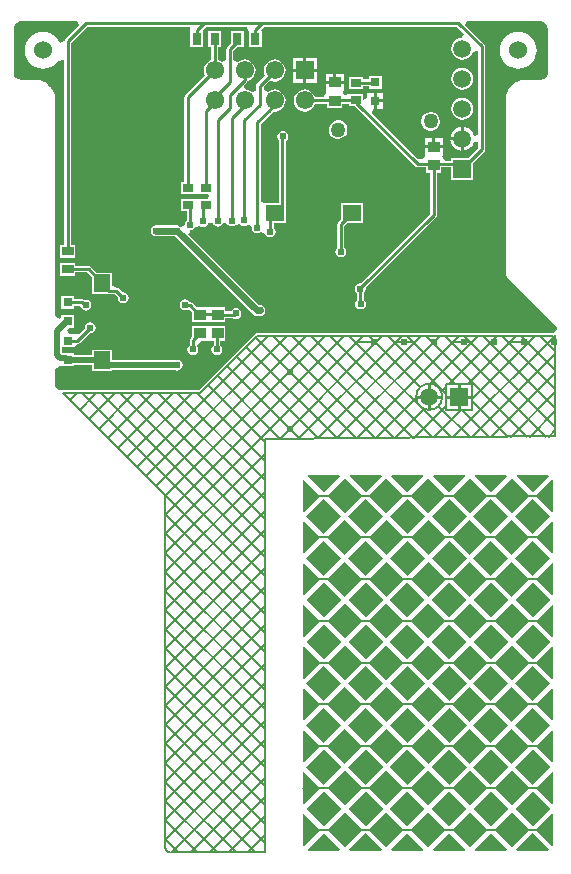
<source format=gtl>
G04*
G04 #@! TF.GenerationSoftware,Altium Limited,Altium Designer,20.1.14 (287)*
G04*
G04 Layer_Physical_Order=1*
G04 Layer_Color=255*
%FSLAX25Y25*%
%MOIN*%
G70*
G04*
G04 #@! TF.SameCoordinates,DC510E11-46E1-4A0D-90B6-29553603E48A*
G04*
G04*
G04 #@! TF.FilePolarity,Positive*
G04*
G01*
G75*
%ADD10C,0.01000*%
%ADD31C,0.00700*%
%ADD32R,0.03543X0.02756*%
%ADD33R,0.03150X0.03937*%
%ADD34R,0.03150X0.03150*%
%ADD35R,0.03937X0.03543*%
%ADD36R,0.05906X0.05512*%
%ADD37R,0.03937X0.03150*%
%ADD38R,0.05512X0.05906*%
%ADD39C,0.02400*%
%ADD40C,0.02000*%
%ADD41R,0.05984X0.05984*%
%ADD42C,0.05984*%
%ADD43C,0.05000*%
%ADD44C,0.06000*%
%ADD45C,0.06102*%
%ADD46R,0.06102X0.06102*%
%ADD47R,0.05984X0.05984*%
%ADD48C,0.02400*%
G36*
X178098Y-2104D02*
X178577Y-2302D01*
X179007Y-2590D01*
X179374Y-2956D01*
X179662Y-3387D01*
X179860Y-3865D01*
X179976Y-4447D01*
X179998Y-4747D01*
X180046Y-19020D01*
Y-19270D01*
X179947Y-19769D01*
X179753Y-20239D01*
X179470Y-20662D01*
X179111Y-21021D01*
X178688Y-21304D01*
X178218Y-21498D01*
X177719Y-21597D01*
X172493D01*
X172443Y-21607D01*
X172393Y-21600D01*
X171950Y-21622D01*
X171803Y-21658D01*
X171652D01*
X170784Y-21831D01*
X170598Y-21908D01*
X170402Y-21947D01*
X169584Y-22286D01*
X169417Y-22398D01*
X169231Y-22474D01*
X168495Y-22966D01*
X168353Y-23108D01*
X168186Y-23220D01*
X167560Y-23846D01*
X167448Y-24013D01*
X167306Y-24155D01*
X166814Y-24891D01*
X166738Y-25076D01*
X166626Y-25243D01*
X166287Y-26061D01*
X166248Y-26258D01*
X166171Y-26444D01*
X165998Y-27312D01*
Y-27517D01*
X165959Y-27717D01*
X165961Y-28157D01*
Y-86000D01*
X166116Y-86780D01*
X166558Y-87442D01*
X171558Y-92442D01*
X171558Y-92442D01*
X182961Y-103845D01*
X182961Y-104939D01*
X181901Y-106000D01*
X82617D01*
X63713Y-124905D01*
X17010Y-124905D01*
X15860Y-123755D01*
Y-118043D01*
X17297Y-116926D01*
X17825Y-117085D01*
Y-117085D01*
X22175D01*
Y-116542D01*
X28144D01*
Y-118609D01*
X34856D01*
Y-118392D01*
X55702D01*
X55798Y-118456D01*
X56500Y-118596D01*
X57202Y-118456D01*
X57798Y-118059D01*
X58196Y-117463D01*
X58335Y-116761D01*
X58196Y-116059D01*
X57798Y-115463D01*
X57202Y-115065D01*
X56500Y-114926D01*
X55798Y-115065D01*
X55702Y-115130D01*
X34856D01*
Y-111504D01*
X28144D01*
Y-113279D01*
X22175D01*
Y-112736D01*
X19583D01*
X19425Y-112704D01*
X18131D01*
Y-110786D01*
X22175D01*
Y-110748D01*
X23150Y-109733D01*
X23579Y-109648D01*
X23943Y-109404D01*
X27292Y-106055D01*
X27500Y-106096D01*
X28202Y-105956D01*
X28798Y-105559D01*
X29196Y-104963D01*
X29335Y-104261D01*
X29196Y-103559D01*
X28798Y-102963D01*
X28202Y-102565D01*
X27500Y-102426D01*
X26798Y-102565D01*
X26202Y-102963D01*
X25804Y-103559D01*
X25665Y-104261D01*
X25706Y-104469D01*
X23675Y-106500D01*
X22175Y-106437D01*
Y-106437D01*
X20595D01*
X19854Y-104937D01*
X20390Y-104235D01*
X22175D01*
Y-99885D01*
X17825D01*
Y-100828D01*
X17360Y-101173D01*
X15860Y-100419D01*
Y-28218D01*
X15850Y-28169D01*
X15857Y-28118D01*
X15835Y-27669D01*
X15799Y-27523D01*
Y-27372D01*
X15623Y-26491D01*
X15547Y-26305D01*
X15507Y-26108D01*
X15164Y-25278D01*
X15052Y-25111D01*
X14975Y-24926D01*
X14476Y-24179D01*
X14334Y-24037D01*
X14222Y-23870D01*
X13587Y-23235D01*
X13420Y-23123D01*
X13278Y-22981D01*
X12532Y-22482D01*
X12346Y-22405D01*
X12179Y-22294D01*
X11349Y-21950D01*
X11152Y-21911D01*
X10967Y-21834D01*
X10086Y-21659D01*
X9934D01*
X9788Y-21622D01*
X9339Y-21600D01*
X9289Y-21607D01*
X9239Y-21597D01*
X4281D01*
X3782Y-21498D01*
X3312Y-21304D01*
X2889Y-21021D01*
X2530Y-20662D01*
X2247Y-20239D01*
X2053Y-19769D01*
X1975Y-19379D01*
X1991Y-19234D01*
X1981Y-19124D01*
X2003Y-19016D01*
Y-4410D01*
X2104Y-3902D01*
X2302Y-3423D01*
X2590Y-2992D01*
X2956Y-2626D01*
X3387Y-2338D01*
X3865Y-2140D01*
X4373Y-2039D01*
X4632Y-2039D01*
X4632Y-2039D01*
X4633Y-2039D01*
X23180Y-2035D01*
X23754Y-3421D01*
X19207Y-7968D01*
X18964Y-8332D01*
X18879Y-8761D01*
X18876Y-8762D01*
X17506Y-9271D01*
X17379Y-9251D01*
X16914Y-8383D01*
X16149Y-7451D01*
X15217Y-6686D01*
X14154Y-6117D01*
X13000Y-5767D01*
X11800Y-5649D01*
X10600Y-5767D01*
X9446Y-6117D01*
X8383Y-6686D01*
X7451Y-7451D01*
X6686Y-8383D01*
X6117Y-9446D01*
X5767Y-10600D01*
X5649Y-11800D01*
X5767Y-13000D01*
X6117Y-14154D01*
X6686Y-15217D01*
X7451Y-16149D01*
X8383Y-16914D01*
X9446Y-17483D01*
X10600Y-17833D01*
X11800Y-17951D01*
X13000Y-17833D01*
X14154Y-17483D01*
X15217Y-16914D01*
X16149Y-16149D01*
X16914Y-15217D01*
X18665Y-15124D01*
X18879Y-15271D01*
Y-76633D01*
X17432D01*
Y-80983D01*
X22569D01*
Y-76633D01*
X21122D01*
Y-9225D01*
X26465Y-3883D01*
X60771D01*
X60798Y-3901D01*
X60872Y-5432D01*
X60872D01*
X60873Y-5432D01*
Y-10569D01*
X65222D01*
Y-5432D01*
X65222D01*
X65056Y-5030D01*
X65991Y-3883D01*
X79720D01*
X80260Y-5209D01*
X80278Y-5432D01*
X80278D01*
X80278Y-5432D01*
Y-10569D01*
X84627D01*
Y-5432D01*
X84628D01*
X84484Y-5084D01*
X85441Y-3883D01*
X149796D01*
X152120Y-6207D01*
X151578Y-7458D01*
X151438Y-7646D01*
X150562Y-7761D01*
X149688Y-8123D01*
X148938Y-8699D01*
X148362Y-9449D01*
X148000Y-10323D01*
X147877Y-11261D01*
X148000Y-12199D01*
X148362Y-13072D01*
X148938Y-13823D01*
X149688Y-14399D01*
X150562Y-14761D01*
X151500Y-14884D01*
X152438Y-14761D01*
X153312Y-14399D01*
X154062Y-13823D01*
X154638Y-13072D01*
X154838Y-12590D01*
X155960Y-12025D01*
X156550Y-11919D01*
X156878Y-12135D01*
Y-40037D01*
X155389Y-40219D01*
X154987Y-39248D01*
X154347Y-38414D01*
X153513Y-37774D01*
X152542Y-37372D01*
X152000Y-37300D01*
Y-41261D01*
Y-45222D01*
X152542Y-45150D01*
X153513Y-44748D01*
X154347Y-44108D01*
X154987Y-43274D01*
X155389Y-42303D01*
X156878Y-42484D01*
Y-44296D01*
X153506Y-47669D01*
X147908D01*
Y-48528D01*
X145890D01*
X144847Y-47028D01*
X144968Y-46622D01*
X144968Y-46444D01*
Y-44350D01*
X139032D01*
Y-46444D01*
X139032Y-46622D01*
X139144Y-46996D01*
X138398Y-48051D01*
X136740Y-48154D01*
X121310Y-32724D01*
X121932Y-31224D01*
X122000D01*
Y-28650D01*
Y-26075D01*
X119925D01*
Y-27517D01*
X118425Y-28277D01*
X118372Y-28238D01*
Y-26322D01*
X113628D01*
Y-26322D01*
X112128Y-26550D01*
X111742Y-25878D01*
X111969Y-25122D01*
X111969Y-24944D01*
Y-22850D01*
X109000D01*
X106032D01*
Y-24944D01*
X106032Y-25122D01*
X106258Y-25878D01*
X105517Y-27167D01*
X105245Y-27378D01*
X102487D01*
X102189Y-26659D01*
X101604Y-25896D01*
X100841Y-25311D01*
X99953Y-24943D01*
X99000Y-24817D01*
X98047Y-24943D01*
X97159Y-25311D01*
X96396Y-25896D01*
X95811Y-26659D01*
X95443Y-27547D01*
X95317Y-28500D01*
X95443Y-29453D01*
X95811Y-30341D01*
X96396Y-31104D01*
X97159Y-31689D01*
X98047Y-32057D01*
X99000Y-32183D01*
X99953Y-32057D01*
X100841Y-31689D01*
X101604Y-31104D01*
X102189Y-30341D01*
X102487Y-29622D01*
X106431D01*
Y-31021D01*
X111568D01*
Y-29622D01*
X113628D01*
Y-30278D01*
X115692D01*
X135824Y-50410D01*
X135824Y-50410D01*
X136188Y-50653D01*
X136617Y-50739D01*
X139432D01*
Y-52521D01*
X140878D01*
Y-66198D01*
X117626Y-89451D01*
X117500Y-89426D01*
X116798Y-89565D01*
X116202Y-89963D01*
X115804Y-90559D01*
X115665Y-91261D01*
X115804Y-91963D01*
X116202Y-92559D01*
X116435Y-92714D01*
Y-94883D01*
X116315Y-94963D01*
X115917Y-95559D01*
X115777Y-96261D01*
X115917Y-96963D01*
X116315Y-97559D01*
X116910Y-97957D01*
X117613Y-98096D01*
X118315Y-97957D01*
X118910Y-97559D01*
X119308Y-96963D01*
X119448Y-96261D01*
X119308Y-95559D01*
X118910Y-94963D01*
X118678Y-94808D01*
Y-92639D01*
X118798Y-92559D01*
X119196Y-91963D01*
X119335Y-91261D01*
X119278Y-90971D01*
X142793Y-67456D01*
X142793Y-67456D01*
X143036Y-67092D01*
X143122Y-66663D01*
X143122Y-66663D01*
Y-52521D01*
X144569D01*
Y-50771D01*
X147908D01*
Y-54853D01*
X155092D01*
Y-49255D01*
X158793Y-45554D01*
X158793Y-45554D01*
X159036Y-45190D01*
X159122Y-44761D01*
Y-10500D01*
X159122Y-10500D01*
X159036Y-10071D01*
X158793Y-9707D01*
X158793Y-9707D01*
X152480Y-3394D01*
X153054Y-2008D01*
X177332Y-2003D01*
X177590D01*
X178098Y-2104D01*
D02*
G37*
G36*
X180327Y-153728D02*
X174981Y-159075D01*
X169597Y-153690D01*
X169788Y-153228D01*
X180120D01*
X180327Y-153728D01*
D02*
G37*
G36*
X166406D02*
X161060Y-159075D01*
X155675Y-153690D01*
X155867Y-153228D01*
X166199D01*
X166406Y-153728D01*
D02*
G37*
G36*
X152485D02*
X147138Y-159075D01*
X141754Y-153690D01*
X141946Y-153228D01*
X152278D01*
X152485Y-153728D01*
D02*
G37*
G36*
X138563D02*
X133217Y-159075D01*
X127833Y-153690D01*
X128024Y-153228D01*
X138356D01*
X138563Y-153728D01*
D02*
G37*
G36*
X124642D02*
X119296Y-159075D01*
X113912Y-153690D01*
X114103Y-153228D01*
X124435D01*
X124642Y-153728D01*
D02*
G37*
G36*
X110721D02*
X105375Y-159075D01*
X99990Y-153690D01*
X100182Y-153228D01*
X110514D01*
X110721Y-153728D01*
D02*
G37*
G36*
X181931Y-154981D02*
Y-165366D01*
X181470Y-165558D01*
X176085Y-160173D01*
X181470Y-154789D01*
X181931Y-154981D01*
D02*
G37*
G36*
X104261Y-160188D02*
X98877Y-165573D01*
X98415Y-165381D01*
Y-155049D01*
X98915Y-154842D01*
X104261Y-160188D01*
D02*
G37*
G36*
X173858Y-160188D02*
X168012Y-166034D01*
X162166Y-160188D01*
X168012Y-154342D01*
X173858Y-160188D01*
D02*
G37*
G36*
X159939D02*
X154093Y-166034D01*
X148247Y-160188D01*
X154093Y-154342D01*
X159939Y-160188D01*
D02*
G37*
G36*
X146019D02*
X140173Y-166034D01*
X134327Y-160188D01*
X140173Y-154342D01*
X146019Y-160188D01*
D02*
G37*
G36*
X132100D02*
X126254Y-166034D01*
X120408Y-160188D01*
X126254Y-154342D01*
X132100Y-160188D01*
D02*
G37*
G36*
X118181D02*
X112334Y-166034D01*
X106488Y-160188D01*
X112334Y-154342D01*
X118181Y-160188D01*
D02*
G37*
G36*
X180818Y-167148D02*
X174972Y-172994D01*
X169126Y-167148D01*
X174972Y-161302D01*
X180818Y-167148D01*
D02*
G37*
G36*
X166899D02*
X161052Y-172994D01*
X155206Y-167148D01*
X161052Y-161302D01*
X166899Y-167148D01*
D02*
G37*
G36*
X152979D02*
X147133Y-172994D01*
X141287Y-167148D01*
X147133Y-161302D01*
X152979Y-167148D01*
D02*
G37*
G36*
X139060D02*
X133213Y-172994D01*
X127367Y-167148D01*
X133213Y-161302D01*
X139060Y-167148D01*
D02*
G37*
G36*
X125140D02*
X119294Y-172994D01*
X113448Y-167148D01*
X119294Y-161302D01*
X125140Y-167148D01*
D02*
G37*
G36*
X111221D02*
X105375Y-172994D01*
X99528Y-167148D01*
X105375Y-161302D01*
X111221Y-167148D01*
D02*
G37*
G36*
X181931Y-168902D02*
Y-179288D01*
X181470Y-179479D01*
X176085Y-174095D01*
X181470Y-168711D01*
X181931Y-168902D01*
D02*
G37*
G36*
X104261Y-174108D02*
X98887Y-179482D01*
X98425Y-179290D01*
X98425Y-168925D01*
X98887Y-168734D01*
X104261Y-174108D01*
D02*
G37*
G36*
X173858D02*
X168012Y-179954D01*
X162166Y-174108D01*
X168012Y-168262D01*
X173858Y-174108D01*
D02*
G37*
G36*
X159939D02*
X154093Y-179954D01*
X148247Y-174108D01*
X154093Y-168262D01*
X159939Y-174108D01*
D02*
G37*
G36*
X146019D02*
X140173Y-179954D01*
X134327Y-174108D01*
X140173Y-168262D01*
X146019Y-174108D01*
D02*
G37*
G36*
X132100D02*
X126254Y-179954D01*
X120408Y-174108D01*
X126254Y-168262D01*
X132100Y-174108D01*
D02*
G37*
G36*
X118181D02*
X112334Y-179954D01*
X106488Y-174108D01*
X112334Y-168262D01*
X118181Y-174108D01*
D02*
G37*
G36*
X180818Y-181067D02*
X174972Y-186914D01*
X169126Y-181067D01*
X174972Y-175221D01*
X180818Y-181067D01*
D02*
G37*
G36*
X166899D02*
X161052Y-186914D01*
X155206Y-181067D01*
X161052Y-175221D01*
X166899Y-181067D01*
D02*
G37*
G36*
X152979D02*
X147133Y-186914D01*
X141287Y-181067D01*
X147133Y-175221D01*
X152979Y-181067D01*
D02*
G37*
G36*
X139060D02*
X133213Y-186914D01*
X127367Y-181067D01*
X133213Y-175221D01*
X139060Y-181067D01*
D02*
G37*
G36*
X125140D02*
X119294Y-186914D01*
X113448Y-181067D01*
X119294Y-175221D01*
X125140Y-181067D01*
D02*
G37*
G36*
X111221D02*
X105375Y-186914D01*
X99528Y-181067D01*
X105375Y-175221D01*
X111221Y-181067D01*
D02*
G37*
G36*
X181931Y-182823D02*
Y-193209D01*
X181470Y-193400D01*
X176085Y-188016D01*
X181470Y-182632D01*
X181931Y-182823D01*
D02*
G37*
G36*
X104261Y-188027D02*
X98887Y-193401D01*
X98425Y-193210D01*
X98425Y-182844D01*
X98887Y-182653D01*
X104261Y-188027D01*
D02*
G37*
G36*
X173858D02*
X168012Y-193873D01*
X162166Y-188027D01*
X168012Y-182181D01*
X173858Y-188027D01*
D02*
G37*
G36*
X159939D02*
X154093Y-193873D01*
X148247Y-188027D01*
X154093Y-182181D01*
X159939Y-188027D01*
D02*
G37*
G36*
X146019D02*
X140173Y-193873D01*
X134327Y-188027D01*
X140173Y-182181D01*
X146019Y-188027D01*
D02*
G37*
G36*
X132100D02*
X126254Y-193873D01*
X120408Y-188027D01*
X126254Y-182181D01*
X132100Y-188027D01*
D02*
G37*
G36*
X118181D02*
X112334Y-193873D01*
X106488Y-188027D01*
X112334Y-182181D01*
X118181Y-188027D01*
D02*
G37*
G36*
X180818Y-194987D02*
X174972Y-200833D01*
X169126Y-194987D01*
X174972Y-189141D01*
X180818Y-194987D01*
D02*
G37*
G36*
X166899D02*
X161052Y-200833D01*
X155206Y-194987D01*
X161052Y-189141D01*
X166899Y-194987D01*
D02*
G37*
G36*
X152979D02*
X147133Y-200833D01*
X141287Y-194987D01*
X147133Y-189141D01*
X152979Y-194987D01*
D02*
G37*
G36*
X139060D02*
X133213Y-200833D01*
X127367Y-194987D01*
X133213Y-189141D01*
X139060Y-194987D01*
D02*
G37*
G36*
X125140D02*
X119294Y-200833D01*
X113448Y-194987D01*
X119294Y-189141D01*
X125140Y-194987D01*
D02*
G37*
G36*
X111221D02*
X105375Y-200833D01*
X99528Y-194987D01*
X105375Y-189141D01*
X111221Y-194987D01*
D02*
G37*
G36*
X104261Y-201946D02*
X98887Y-207320D01*
X98425Y-207129D01*
X98425Y-196764D01*
X98887Y-196573D01*
X104261Y-201946D01*
D02*
G37*
G36*
X181931Y-196745D02*
Y-207130D01*
X181470Y-207322D01*
X176085Y-201937D01*
X181470Y-196553D01*
X181931Y-196745D01*
D02*
G37*
G36*
X173858Y-201946D02*
X168012Y-207793D01*
X162166Y-201946D01*
X168012Y-196100D01*
X173858Y-201946D01*
D02*
G37*
G36*
X159939D02*
X154093Y-207793D01*
X148247Y-201946D01*
X154093Y-196100D01*
X159939Y-201946D01*
D02*
G37*
G36*
X146019D02*
X140173Y-207793D01*
X134327Y-201946D01*
X140173Y-196100D01*
X146019Y-201946D01*
D02*
G37*
G36*
X132100D02*
X126254Y-207793D01*
X120408Y-201946D01*
X126254Y-196100D01*
X132100Y-201946D01*
D02*
G37*
G36*
X118181D02*
X112334Y-207793D01*
X106488Y-201946D01*
X112334Y-196100D01*
X118181Y-201946D01*
D02*
G37*
G36*
X180818Y-208906D02*
X174972Y-214752D01*
X169126Y-208906D01*
X174972Y-203060D01*
X180818Y-208906D01*
D02*
G37*
G36*
X166899D02*
X161052Y-214752D01*
X155206Y-208906D01*
X161052Y-203060D01*
X166899Y-208906D01*
D02*
G37*
G36*
X152979D02*
X147133Y-214752D01*
X141287Y-208906D01*
X147133Y-203060D01*
X152979Y-208906D01*
D02*
G37*
G36*
X139060D02*
X133213Y-214752D01*
X127367Y-208906D01*
X133213Y-203060D01*
X139060Y-208906D01*
D02*
G37*
G36*
X125140D02*
X119294Y-214752D01*
X113448Y-208906D01*
X119294Y-203060D01*
X125140Y-208906D01*
D02*
G37*
G36*
X111221D02*
X105375Y-214752D01*
X99528Y-208906D01*
X105375Y-203060D01*
X111221Y-208906D01*
D02*
G37*
G36*
X104261Y-215866D02*
X98887Y-221240D01*
X98425Y-221048D01*
X98425Y-210683D01*
X98887Y-210492D01*
X104261Y-215866D01*
D02*
G37*
G36*
X181931Y-210666D02*
Y-221052D01*
X181470Y-221243D01*
X176085Y-215859D01*
X181470Y-210474D01*
X181931Y-210666D01*
D02*
G37*
G36*
X173858Y-215866D02*
X168012Y-221712D01*
X162166Y-215866D01*
X168012Y-210020D01*
X173858Y-215866D01*
D02*
G37*
G36*
X159939D02*
X154093Y-221712D01*
X148247Y-215866D01*
X154093Y-210020D01*
X159939Y-215866D01*
D02*
G37*
G36*
X146019D02*
X140173Y-221712D01*
X134327Y-215866D01*
X140173Y-210020D01*
X146019Y-215866D01*
D02*
G37*
G36*
X132100D02*
X126254Y-221712D01*
X120408Y-215866D01*
X126254Y-210020D01*
X132100Y-215866D01*
D02*
G37*
G36*
X118181D02*
X112334Y-221712D01*
X106488Y-215866D01*
X112334Y-210020D01*
X118181Y-215866D01*
D02*
G37*
G36*
X180818Y-222826D02*
X174972Y-228672D01*
X169126Y-222826D01*
X174972Y-216980D01*
X180818Y-222826D01*
D02*
G37*
G36*
X166899D02*
X161052Y-228672D01*
X155206Y-222826D01*
X161052Y-216980D01*
X166899Y-222826D01*
D02*
G37*
G36*
X152979D02*
X147133Y-228672D01*
X141287Y-222826D01*
X147133Y-216980D01*
X152979Y-222826D01*
D02*
G37*
G36*
X139060D02*
X133213Y-228672D01*
X127367Y-222826D01*
X133213Y-216980D01*
X139060Y-222826D01*
D02*
G37*
G36*
X125140D02*
X119294Y-228672D01*
X113448Y-222826D01*
X119294Y-216980D01*
X125140Y-222826D01*
D02*
G37*
G36*
X111221D02*
X105375Y-228672D01*
X99528Y-222826D01*
X105375Y-216980D01*
X111221Y-222826D01*
D02*
G37*
G36*
X104261Y-229785D02*
X98887Y-235159D01*
X98425Y-234968D01*
X98425Y-224603D01*
X98887Y-224411D01*
X104261Y-229785D01*
D02*
G37*
G36*
X181931Y-224587D02*
Y-234973D01*
X181470Y-235164D01*
X176085Y-229780D01*
X181470Y-224396D01*
X181931Y-224587D01*
D02*
G37*
G36*
X173858Y-229785D02*
X168012Y-235631D01*
X162166Y-229785D01*
X168012Y-223939D01*
X173858Y-229785D01*
D02*
G37*
G36*
X159939D02*
X154093Y-235631D01*
X148247Y-229785D01*
X154093Y-223939D01*
X159939Y-229785D01*
D02*
G37*
G36*
X146019D02*
X140173Y-235631D01*
X134327Y-229785D01*
X140173Y-223939D01*
X146019Y-229785D01*
D02*
G37*
G36*
X132100D02*
X126254Y-235631D01*
X120408Y-229785D01*
X126254Y-223939D01*
X132100Y-229785D01*
D02*
G37*
G36*
X118181D02*
X112334Y-235631D01*
X106488Y-229785D01*
X112334Y-223939D01*
X118181Y-229785D01*
D02*
G37*
G36*
X180818Y-236745D02*
X174972Y-242591D01*
X169126Y-236745D01*
X174972Y-230899D01*
X180818Y-236745D01*
D02*
G37*
G36*
X166899D02*
X161052Y-242591D01*
X155206Y-236745D01*
X161052Y-230899D01*
X166899Y-236745D01*
D02*
G37*
G36*
X152979D02*
X147133Y-242591D01*
X141287Y-236745D01*
X147133Y-230899D01*
X152979Y-236745D01*
D02*
G37*
G36*
X139060D02*
X133213Y-242591D01*
X127367Y-236745D01*
X133213Y-230899D01*
X139060Y-236745D01*
D02*
G37*
G36*
X125140D02*
X119294Y-242591D01*
X113448Y-236745D01*
X119294Y-230899D01*
X125140Y-236745D01*
D02*
G37*
G36*
X111221D02*
X105375Y-242591D01*
X99528Y-236745D01*
X105375Y-230899D01*
X111221Y-236745D01*
D02*
G37*
G36*
X104261Y-243705D02*
X98887Y-249079D01*
X98425Y-248887D01*
X98425Y-238522D01*
X98887Y-238331D01*
X104261Y-243705D01*
D02*
G37*
G36*
X181931Y-238508D02*
Y-248894D01*
X181470Y-249085D01*
X176085Y-243701D01*
X181470Y-238317D01*
X181931Y-238508D01*
D02*
G37*
G36*
X173858Y-243705D02*
X168012Y-249551D01*
X162166Y-243705D01*
X168012Y-237859D01*
X173858Y-243705D01*
D02*
G37*
G36*
X159939D02*
X154093Y-249551D01*
X148247Y-243705D01*
X154093Y-237859D01*
X159939Y-243705D01*
D02*
G37*
G36*
X146019D02*
X140173Y-249551D01*
X134327Y-243705D01*
X140173Y-237859D01*
X146019Y-243705D01*
D02*
G37*
G36*
X132100D02*
X126254Y-249551D01*
X120408Y-243705D01*
X126254Y-237859D01*
X132100Y-243705D01*
D02*
G37*
G36*
X118181D02*
X112334Y-249551D01*
X106488Y-243705D01*
X112334Y-237859D01*
X118181Y-243705D01*
D02*
G37*
G36*
X180818Y-250664D02*
X174972Y-256511D01*
X169126Y-250664D01*
X174972Y-244818D01*
X180818Y-250664D01*
D02*
G37*
G36*
X166899D02*
X161052Y-256511D01*
X155206Y-250664D01*
X161052Y-244818D01*
X166899Y-250664D01*
D02*
G37*
G36*
X152979D02*
X147133Y-256511D01*
X141287Y-250664D01*
X147133Y-244818D01*
X152979Y-250664D01*
D02*
G37*
G36*
X139060D02*
X133213Y-256511D01*
X127367Y-250664D01*
X133213Y-244818D01*
X139060Y-250664D01*
D02*
G37*
G36*
X125140D02*
X119294Y-256511D01*
X113448Y-250664D01*
X119294Y-244818D01*
X125140Y-250664D01*
D02*
G37*
G36*
X111221D02*
X105375Y-256511D01*
X99528Y-250664D01*
X105375Y-244818D01*
X111221Y-250664D01*
D02*
G37*
G36*
X104261Y-257624D02*
X98887Y-262998D01*
X98425Y-262807D01*
X98425Y-252442D01*
X98887Y-252250D01*
X104261Y-257624D01*
D02*
G37*
G36*
X181931Y-252430D02*
Y-262815D01*
X181470Y-263007D01*
X176085Y-257622D01*
X181470Y-252238D01*
X181931Y-252430D01*
D02*
G37*
G36*
X173858Y-257624D02*
X168012Y-263470D01*
X162166Y-257624D01*
X168012Y-251778D01*
X173858Y-257624D01*
D02*
G37*
G36*
X159939D02*
X154093Y-263470D01*
X148247Y-257624D01*
X154093Y-251778D01*
X159939Y-257624D01*
D02*
G37*
G36*
X146019D02*
X140173Y-263470D01*
X134327Y-257624D01*
X140173Y-251778D01*
X146019Y-257624D01*
D02*
G37*
G36*
X132100D02*
X126254Y-263470D01*
X120408Y-257624D01*
X126254Y-251778D01*
X132100Y-257624D01*
D02*
G37*
G36*
X118181D02*
X112334Y-263470D01*
X106488Y-257624D01*
X112334Y-251778D01*
X118181Y-257624D01*
D02*
G37*
G36*
X180818Y-264584D02*
X174972Y-270430D01*
X169126Y-264584D01*
X174972Y-258738D01*
X180818Y-264584D01*
D02*
G37*
G36*
X166899D02*
X161052Y-270430D01*
X155206Y-264584D01*
X161052Y-258738D01*
X166899Y-264584D01*
D02*
G37*
G36*
X152979D02*
X147133Y-270430D01*
X141287Y-264584D01*
X147133Y-258738D01*
X152979Y-264584D01*
D02*
G37*
G36*
X139060D02*
X133213Y-270430D01*
X127367Y-264584D01*
X133213Y-258738D01*
X139060Y-264584D01*
D02*
G37*
G36*
X125140D02*
X119294Y-270430D01*
X113448Y-264584D01*
X119294Y-258738D01*
X125140Y-264584D01*
D02*
G37*
G36*
X111221D02*
X105375Y-270430D01*
X99528Y-264584D01*
X105375Y-258738D01*
X111221Y-264584D01*
D02*
G37*
G36*
X104261Y-271544D02*
X98887Y-276918D01*
X98425Y-276726D01*
X98425Y-266361D01*
X98887Y-266170D01*
X104261Y-271544D01*
D02*
G37*
G36*
X181931Y-266351D02*
Y-276736D01*
X181470Y-276928D01*
X176085Y-271544D01*
X181470Y-266160D01*
X181931Y-266351D01*
D02*
G37*
G36*
X173858Y-271544D02*
X168012Y-277390D01*
X162166Y-271544D01*
X168012Y-265698D01*
X173858Y-271544D01*
D02*
G37*
G36*
X159939D02*
X154093Y-277390D01*
X148247Y-271544D01*
X154093Y-265698D01*
X159939Y-271544D01*
D02*
G37*
G36*
X146019D02*
X140173Y-277390D01*
X134327Y-271544D01*
X140173Y-265698D01*
X146019Y-271544D01*
D02*
G37*
G36*
X132100D02*
X126254Y-277390D01*
X120408Y-271544D01*
X126254Y-265698D01*
X132100Y-271544D01*
D02*
G37*
G36*
X118181D02*
X112334Y-277390D01*
X106488Y-271544D01*
X112334Y-265698D01*
X118181Y-271544D01*
D02*
G37*
G36*
X110759Y-278041D02*
X110567Y-278503D01*
X107238Y-278503D01*
X100182D01*
X99990Y-278041D01*
X105375Y-272657D01*
X110759Y-278041D01*
D02*
G37*
G36*
X180363Y-278041D02*
X180172Y-278503D01*
X169786D01*
X169595Y-278041D01*
X174979Y-272657D01*
X180363Y-278041D01*
D02*
G37*
G36*
X166442D02*
X166251Y-278503D01*
X155865D01*
X155674Y-278041D01*
X161058Y-272657D01*
X166442Y-278041D01*
D02*
G37*
G36*
X152521D02*
X152330Y-278503D01*
X141944D01*
X141752Y-278041D01*
X147137Y-272657D01*
X152521Y-278041D01*
D02*
G37*
G36*
X138600D02*
X138408Y-278503D01*
X128022D01*
X127831Y-278041D01*
X133215Y-272657D01*
X138600Y-278041D01*
D02*
G37*
G36*
X124678D02*
X124487Y-278503D01*
X114101D01*
X113910Y-278041D01*
X119294Y-272657D01*
X124678Y-278041D01*
D02*
G37*
%LPC*%
G36*
X78722Y-5432D02*
X74372D01*
Y-9482D01*
X73207Y-10648D01*
X72964Y-11012D01*
X72878Y-11441D01*
X72878Y-11441D01*
Y-15093D01*
X72232Y-15500D01*
X71378Y-15723D01*
X70841Y-15311D01*
X70122Y-15012D01*
Y-10569D01*
X71128D01*
Y-5432D01*
X66778D01*
Y-10569D01*
X67878D01*
Y-15012D01*
X67159Y-15311D01*
X66396Y-15896D01*
X65811Y-16659D01*
X65443Y-17547D01*
X65317Y-18500D01*
X65443Y-19453D01*
X65741Y-20173D01*
X59207Y-26707D01*
X58964Y-27071D01*
X58878Y-27500D01*
X58878Y-27500D01*
Y-55766D01*
X57628D01*
Y-59722D01*
X62128D01*
X62372Y-59722D01*
X63628D01*
X63872Y-59722D01*
X66691Y-59722D01*
X67141Y-60500D01*
X66691Y-61278D01*
X63872D01*
X63628Y-61278D01*
X62372D01*
X62128Y-61278D01*
X57628D01*
Y-65234D01*
X59678D01*
Y-68485D01*
X59502Y-68602D01*
X59104Y-69198D01*
X58990Y-69773D01*
X58460Y-70186D01*
X57564Y-70546D01*
X57202Y-70304D01*
X56500Y-70165D01*
X49500D01*
X48798Y-70304D01*
X48202Y-70702D01*
X47804Y-71298D01*
X47665Y-72000D01*
X47804Y-72702D01*
X48202Y-73298D01*
X48798Y-73696D01*
X49500Y-73835D01*
X55740D01*
X81702Y-99798D01*
X82298Y-100196D01*
X83000Y-100335D01*
X84000D01*
X84702Y-100196D01*
X85298Y-99798D01*
X85696Y-99202D01*
X85835Y-98500D01*
X85696Y-97798D01*
X85298Y-97202D01*
X84702Y-96804D01*
X84000Y-96665D01*
X83760D01*
X60251Y-73155D01*
X60625Y-72188D01*
X60927Y-71710D01*
X61502Y-71596D01*
X62098Y-71198D01*
X62396Y-70752D01*
X62867Y-70537D01*
X64081Y-70323D01*
X64374Y-70519D01*
X65076Y-70659D01*
X65779Y-70519D01*
X66374Y-70121D01*
X66772Y-69526D01*
X66786Y-69456D01*
X67049Y-69447D01*
Y-69447D01*
X68203Y-69406D01*
X68321Y-69427D01*
X68398Y-69542D01*
X68702Y-69998D01*
X69298Y-70396D01*
X70000Y-70535D01*
X70702Y-70396D01*
X71298Y-69998D01*
X71550Y-69620D01*
X72198Y-69478D01*
X72305Y-69475D01*
X73190Y-69580D01*
X73402Y-69898D01*
X73998Y-70296D01*
X74700Y-70435D01*
X75402Y-70296D01*
X75998Y-69898D01*
X77559Y-69800D01*
X77691Y-69857D01*
X78198Y-70196D01*
X78900Y-70335D01*
X79602Y-70196D01*
X80033Y-69908D01*
X80658Y-70121D01*
X81414Y-70652D01*
X81365Y-70900D01*
X81504Y-71602D01*
X81902Y-72198D01*
X82498Y-72596D01*
X83200Y-72735D01*
X83902Y-72596D01*
X84229Y-72378D01*
X85314Y-72667D01*
X85801Y-72947D01*
X85804Y-72963D01*
X86202Y-73559D01*
X86798Y-73957D01*
X87500Y-74096D01*
X88202Y-73957D01*
X88798Y-73559D01*
X89196Y-72963D01*
X89335Y-72261D01*
X89196Y-71559D01*
X88798Y-70963D01*
X88622Y-70846D01*
Y-69356D01*
X92757D01*
Y-62644D01*
X92622D01*
Y-42038D01*
X93030Y-41766D01*
X93428Y-41170D01*
X93567Y-40468D01*
X93428Y-39766D01*
X93030Y-39170D01*
X92435Y-38772D01*
X91732Y-38633D01*
X91030Y-38772D01*
X90434Y-39170D01*
X90037Y-39766D01*
X89897Y-40468D01*
X90037Y-41170D01*
X90378Y-41682D01*
Y-62644D01*
X85822D01*
X85652Y-62644D01*
X84322Y-62235D01*
Y-36265D01*
X88284Y-32302D01*
X88284Y-32302D01*
X88415Y-32106D01*
X89000Y-32183D01*
X89953Y-32057D01*
X90841Y-31689D01*
X91604Y-31104D01*
X92189Y-30341D01*
X92557Y-29453D01*
X92683Y-28500D01*
X92557Y-27547D01*
X92189Y-26659D01*
X91604Y-25896D01*
X90841Y-25311D01*
X89953Y-24943D01*
X89000Y-24817D01*
X88047Y-24943D01*
X87159Y-25311D01*
X86835Y-25559D01*
X85416Y-25001D01*
X85309Y-23777D01*
X87327Y-21759D01*
X88047Y-22057D01*
X89000Y-22183D01*
X89953Y-22057D01*
X90841Y-21689D01*
X91604Y-21104D01*
X92189Y-20341D01*
X92557Y-19453D01*
X92683Y-18500D01*
X92557Y-17547D01*
X92189Y-16659D01*
X91604Y-15896D01*
X90841Y-15311D01*
X89953Y-14943D01*
X89000Y-14817D01*
X88047Y-14943D01*
X87159Y-15311D01*
X86396Y-15896D01*
X85811Y-16659D01*
X85443Y-17547D01*
X85317Y-18500D01*
X85443Y-19453D01*
X85741Y-20173D01*
X83167Y-22747D01*
X82923Y-23111D01*
X82838Y-23540D01*
X82838Y-23540D01*
Y-25040D01*
X82293Y-25418D01*
X81338Y-25692D01*
X80841Y-25311D01*
X79953Y-24943D01*
X79345Y-24863D01*
X78856Y-23968D01*
X78749Y-23337D01*
X79753Y-22333D01*
X79753Y-22333D01*
X79936Y-22060D01*
X79953Y-22057D01*
X80841Y-21689D01*
X81604Y-21104D01*
X82189Y-20341D01*
X82557Y-19453D01*
X82683Y-18500D01*
X82557Y-17547D01*
X82189Y-16659D01*
X81604Y-15896D01*
X80841Y-15311D01*
X79953Y-14943D01*
X79000Y-14817D01*
X78047Y-14943D01*
X77159Y-15311D01*
X76622Y-15723D01*
X75768Y-15500D01*
X75122Y-15093D01*
Y-11906D01*
X76459Y-10569D01*
X78722D01*
Y-5432D01*
D02*
G37*
G36*
X170200Y-5649D02*
X169000Y-5767D01*
X167846Y-6117D01*
X166783Y-6686D01*
X165851Y-7451D01*
X165086Y-8383D01*
X164517Y-9446D01*
X164167Y-10600D01*
X164049Y-11800D01*
X164167Y-13000D01*
X164517Y-14154D01*
X165086Y-15217D01*
X165851Y-16149D01*
X166783Y-16914D01*
X167846Y-17483D01*
X169000Y-17833D01*
X170200Y-17951D01*
X171400Y-17833D01*
X172554Y-17483D01*
X173617Y-16914D01*
X174549Y-16149D01*
X175314Y-15217D01*
X175883Y-14154D01*
X176233Y-13000D01*
X176351Y-11800D01*
X176233Y-10600D01*
X175883Y-9446D01*
X175314Y-8383D01*
X174549Y-7451D01*
X173617Y-6686D01*
X172554Y-6117D01*
X171400Y-5767D01*
X170200Y-5649D01*
D02*
G37*
G36*
X103051Y-14449D02*
X99500D01*
Y-18000D01*
X103051D01*
Y-14449D01*
D02*
G37*
G36*
X98500D02*
X94949D01*
Y-18000D01*
X98500D01*
Y-14449D01*
D02*
G37*
G36*
X124675Y-20176D02*
X120325D01*
Y-21473D01*
X118372D01*
Y-20810D01*
X113628D01*
Y-24766D01*
X118372D01*
Y-23716D01*
X120325D01*
Y-24525D01*
X124675D01*
Y-20176D01*
D02*
G37*
G36*
X111969Y-19579D02*
X109500D01*
Y-21850D01*
X111969D01*
Y-19579D01*
D02*
G37*
G36*
X108500D02*
X106032D01*
Y-21850D01*
X108500D01*
Y-19579D01*
D02*
G37*
G36*
X103051Y-19000D02*
X99500D01*
Y-22551D01*
X103051D01*
Y-19000D01*
D02*
G37*
G36*
X98500D02*
X94949D01*
Y-22551D01*
X98500D01*
Y-19000D01*
D02*
G37*
G36*
X151500Y-17638D02*
X150562Y-17761D01*
X149688Y-18123D01*
X148938Y-18699D01*
X148362Y-19449D01*
X148000Y-20323D01*
X147877Y-21261D01*
X148000Y-22199D01*
X148362Y-23073D01*
X148938Y-23823D01*
X149688Y-24399D01*
X150562Y-24761D01*
X151500Y-24884D01*
X152438Y-24761D01*
X153312Y-24399D01*
X154062Y-23823D01*
X154638Y-23073D01*
X155000Y-22199D01*
X155123Y-21261D01*
X155000Y-20323D01*
X154638Y-19449D01*
X154062Y-18699D01*
X153312Y-18123D01*
X152438Y-17761D01*
X151500Y-17638D01*
D02*
G37*
G36*
X125075Y-26075D02*
X123000D01*
Y-28150D01*
X125075D01*
Y-26075D01*
D02*
G37*
G36*
Y-29150D02*
X123000D01*
Y-31224D01*
X125075D01*
Y-29150D01*
D02*
G37*
G36*
X151500Y-27638D02*
X150562Y-27761D01*
X149688Y-28123D01*
X148938Y-28699D01*
X148362Y-29449D01*
X148000Y-30323D01*
X147877Y-31261D01*
X148000Y-32199D01*
X148362Y-33073D01*
X148938Y-33823D01*
X149688Y-34399D01*
X150562Y-34761D01*
X151500Y-34884D01*
X152438Y-34761D01*
X153312Y-34399D01*
X154062Y-33823D01*
X154638Y-33073D01*
X155000Y-32199D01*
X155123Y-31261D01*
X155000Y-30323D01*
X154638Y-29449D01*
X154062Y-28699D01*
X153312Y-28123D01*
X152438Y-27761D01*
X151500Y-27638D01*
D02*
G37*
G36*
X140727Y-32385D02*
X139931Y-32562D01*
X139207Y-32939D01*
X138605Y-33490D01*
X138166Y-34179D01*
X137921Y-34957D01*
X137885Y-35772D01*
X138062Y-36569D01*
X138439Y-37293D01*
X138990Y-37895D01*
X139679Y-38334D01*
X140457Y-38579D01*
X141272Y-38615D01*
X142069Y-38438D01*
X142793Y-38061D01*
X143395Y-37510D01*
X143834Y-36821D01*
X144079Y-36043D01*
X144115Y-35228D01*
X143938Y-34431D01*
X143561Y-33707D01*
X143010Y-33105D01*
X142321Y-32666D01*
X141543Y-32421D01*
X140727Y-32385D01*
D02*
G37*
G36*
X151000Y-37300D02*
X150458Y-37372D01*
X149487Y-37774D01*
X148653Y-38414D01*
X148013Y-39248D01*
X147611Y-40219D01*
X147539Y-40761D01*
X151000D01*
Y-37300D01*
D02*
G37*
G36*
X109845Y-35087D02*
X109048Y-35264D01*
X108325Y-35640D01*
X107723Y-36192D01*
X107284Y-36880D01*
X107039Y-37659D01*
X107003Y-38474D01*
X107180Y-39271D01*
X107557Y-39995D01*
X108108Y-40597D01*
X108797Y-41036D01*
X109575Y-41281D01*
X110390Y-41317D01*
X111187Y-41140D01*
X111911Y-40763D01*
X112513Y-40212D01*
X112952Y-39523D01*
X113197Y-38745D01*
X113233Y-37929D01*
X113056Y-37132D01*
X112679Y-36408D01*
X112128Y-35807D01*
X111439Y-35368D01*
X110661Y-35123D01*
X109845Y-35087D01*
D02*
G37*
G36*
X144968Y-41079D02*
X142500D01*
Y-43350D01*
X144968D01*
Y-41079D01*
D02*
G37*
G36*
X141500D02*
X139032D01*
Y-43350D01*
X141500D01*
Y-41079D01*
D02*
G37*
G36*
X151000Y-41761D02*
X147539D01*
X147611Y-42303D01*
X148013Y-43274D01*
X148653Y-44108D01*
X149487Y-44748D01*
X150458Y-45150D01*
X151000Y-45222D01*
Y-41761D01*
D02*
G37*
G36*
X118348Y-62644D02*
X111243D01*
Y-67967D01*
X110207Y-69002D01*
X109964Y-69366D01*
X109878Y-69795D01*
X109878Y-69795D01*
Y-77585D01*
X109702Y-77702D01*
X109304Y-78298D01*
X109165Y-79000D01*
X109304Y-79702D01*
X109702Y-80298D01*
X110298Y-80696D01*
X111000Y-80835D01*
X111702Y-80696D01*
X112298Y-80298D01*
X112696Y-79702D01*
X112835Y-79000D01*
X112696Y-78298D01*
X112298Y-77702D01*
X112122Y-77585D01*
Y-70260D01*
X113025Y-69356D01*
X118348D01*
Y-62644D01*
D02*
G37*
G36*
X22569Y-82539D02*
X17432D01*
Y-86888D01*
X22569D01*
Y-85835D01*
X26480D01*
X28144Y-87499D01*
Y-93018D01*
X33648D01*
X33756Y-93040D01*
X33756Y-93040D01*
X35693D01*
X36706Y-94053D01*
X36665Y-94261D01*
X36805Y-94963D01*
X37202Y-95559D01*
X37798Y-95956D01*
X38500Y-96096D01*
X39202Y-95956D01*
X39798Y-95559D01*
X40196Y-94963D01*
X40335Y-94261D01*
X40196Y-93559D01*
X39798Y-92963D01*
X39202Y-92565D01*
X38500Y-92426D01*
X38292Y-92467D01*
X36950Y-91125D01*
X36587Y-90882D01*
X36158Y-90797D01*
X34856Y-90236D01*
Y-85913D01*
X29730D01*
X27738Y-83921D01*
X27374Y-83678D01*
X26945Y-83592D01*
X26945Y-83592D01*
X22569D01*
Y-82539D01*
D02*
G37*
G36*
X22175Y-93586D02*
X17825D01*
Y-97936D01*
X22175D01*
Y-96882D01*
X24189D01*
X24304Y-97463D01*
X24702Y-98059D01*
X25298Y-98457D01*
X26000Y-98596D01*
X26702Y-98457D01*
X27298Y-98059D01*
X27696Y-97463D01*
X27835Y-96761D01*
X27696Y-96059D01*
X27298Y-95463D01*
X26702Y-95065D01*
X26000Y-94926D01*
X25554Y-95014D01*
X25507Y-94968D01*
X25143Y-94725D01*
X24714Y-94639D01*
X24714Y-94639D01*
X22175D01*
Y-93586D01*
D02*
G37*
G36*
X59200Y-94709D02*
X58498Y-94849D01*
X57902Y-95246D01*
X57504Y-95842D01*
X57365Y-96544D01*
X57504Y-97246D01*
X57902Y-97842D01*
X58498Y-98240D01*
X59200Y-98379D01*
X59902Y-98240D01*
X60324Y-97958D01*
X61431Y-99065D01*
Y-102222D01*
X66568D01*
Y-102222D01*
X67431D01*
Y-102222D01*
X72569D01*
Y-100972D01*
X74963D01*
X75298Y-101196D01*
X76000Y-101335D01*
X76702Y-101196D01*
X77298Y-100798D01*
X77696Y-100202D01*
X77835Y-99500D01*
X77696Y-98798D01*
X77298Y-98202D01*
X76702Y-97804D01*
X76000Y-97665D01*
X75298Y-97804D01*
X74702Y-98202D01*
X74350Y-98729D01*
X72569D01*
Y-97479D01*
X67431D01*
Y-97479D01*
X66568D01*
Y-97479D01*
X63018D01*
X61558Y-96019D01*
X61194Y-95776D01*
X60799Y-95697D01*
X60498Y-95246D01*
X59902Y-94849D01*
X59200Y-94709D01*
D02*
G37*
G36*
X66568Y-103778D02*
X65931Y-103778D01*
X61431D01*
Y-107132D01*
X60969Y-107595D01*
X60726Y-107959D01*
X60640Y-108388D01*
X60640Y-108388D01*
Y-110085D01*
X60464Y-110202D01*
X60066Y-110798D01*
X59926Y-111500D01*
X60066Y-112202D01*
X60464Y-112798D01*
X61059Y-113196D01*
X61762Y-113335D01*
X62464Y-113196D01*
X63060Y-112798D01*
X63457Y-112202D01*
X63597Y-111500D01*
X63457Y-110798D01*
X63060Y-110202D01*
X63055Y-109955D01*
X64467Y-108521D01*
X66568Y-108521D01*
X68634Y-108521D01*
Y-110085D01*
X68458Y-110202D01*
X68060Y-110798D01*
X67920Y-111500D01*
X68060Y-112202D01*
X68458Y-112798D01*
X69053Y-113196D01*
X69755Y-113335D01*
X70458Y-113196D01*
X71053Y-112798D01*
X71451Y-112202D01*
X71591Y-111500D01*
X71451Y-110798D01*
X71053Y-110202D01*
X70877Y-110085D01*
Y-108521D01*
X72569D01*
Y-103778D01*
X68068D01*
X66568Y-103778D01*
D02*
G37*
%LPD*%
D10*
X140500Y-127261D02*
Y-123269D01*
X150500Y-127261D02*
X154492D01*
X150500D02*
Y-123269D01*
Y-131253D02*
Y-127261D01*
X146508D02*
X150500D01*
X140500D02*
X144492D01*
X140500Y-131253D02*
Y-127261D01*
X136508D02*
X140500D01*
X111000Y-79000D02*
Y-69795D01*
X60000Y-63256D02*
X60800Y-64056D01*
Y-69900D02*
Y-64056D01*
X69000Y-28500D02*
Y-27500D01*
Y-28936D02*
Y-28500D01*
X65076Y-68824D02*
Y-63756D01*
X70000Y-99850D02*
X75650D01*
X76000Y-99500D01*
X99000Y-28500D02*
X115800D01*
X114599Y-66000D02*
X114795D01*
X112343Y-68256D02*
X114599Y-66000D01*
X112343Y-68453D02*
Y-68256D01*
X111000Y-69795D02*
X112343Y-68453D01*
X91500Y-40700D02*
X91732Y-40468D01*
X91500Y-63744D02*
Y-40700D01*
X87500Y-72261D02*
Y-66000D01*
X89244D02*
X91500Y-63744D01*
X89205Y-66000D02*
X89244D01*
X136617Y-49617D02*
X141771D01*
X116181Y-29181D02*
X136617Y-49617D01*
X116394Y-28300D02*
X117272Y-29178D01*
X116000Y-28300D02*
X116394D01*
X69000Y-27500D02*
X74000Y-22500D01*
Y-11441D02*
X76547Y-8894D01*
X74000Y-22500D02*
Y-11441D01*
X69000Y-18500D02*
Y-8547D01*
X60000Y-58244D02*
Y-27500D01*
X69000Y-18500D01*
X66000Y-58244D02*
Y-31936D01*
X69000Y-28936D01*
X82453Y-8500D02*
Y-5047D01*
X84739Y-2761D01*
X65442D02*
X84739D01*
X150261D01*
X68953Y-8500D02*
X69000Y-8547D01*
X26000Y-2761D02*
X65442D01*
X63047Y-8500D02*
Y-5156D01*
X65442Y-2761D01*
X76547Y-8894D02*
Y-8500D01*
X70000Y-68700D02*
Y-35000D01*
X78900Y-68500D02*
Y-35100D01*
X83200Y-70900D02*
Y-35800D01*
X74700Y-68600D02*
Y-34181D01*
X115800Y-28500D02*
X116000Y-28300D01*
X116500Y-22594D02*
X121606D01*
X142000Y-66663D02*
Y-50150D01*
X117500Y-91163D02*
X142000Y-66663D01*
X142500Y-49650D02*
X149889D01*
X117500Y-91261D02*
Y-91163D01*
X74700Y-34181D02*
X78960Y-29921D01*
X78900Y-35100D02*
X83960Y-30040D01*
X29244Y-87013D02*
X29244D01*
X26945Y-84714D02*
X29244Y-87013D01*
X29244D02*
X31500Y-89269D01*
X20000Y-84714D02*
X26945D01*
X31500Y-89662D02*
Y-89269D01*
Y-89662D02*
X33756Y-91918D01*
X61762Y-111500D02*
Y-108388D01*
X64000Y-106150D01*
X117500Y-91261D02*
X117556Y-91317D01*
Y-96205D02*
Y-91317D01*
Y-96205D02*
X117613Y-96261D01*
X70000Y-35000D02*
X73960Y-31040D01*
X87491Y-31509D02*
Y-31389D01*
X73960Y-31040D02*
Y-26540D01*
X88960Y-29921D02*
Y-28540D01*
X83200Y-35800D02*
X87491Y-31509D01*
X83960Y-23540D02*
X88960Y-18540D01*
X73960Y-26540D02*
X78960Y-21540D01*
Y-18540D01*
Y-29921D02*
Y-28540D01*
X87491Y-31389D02*
X88960Y-29921D01*
X83960Y-30040D02*
Y-23540D01*
X150261Y-2761D02*
X158000Y-10500D01*
X151500Y-51261D02*
X158000Y-44761D01*
Y-10500D01*
X149889Y-49650D02*
X151500Y-51261D01*
X20000Y-78808D02*
Y-8761D01*
X26000Y-2761D01*
X20000Y-108611D02*
X23150D01*
X27500Y-104261D01*
X20000Y-95761D02*
X24714D01*
X25714Y-96761D01*
X26000D01*
X33756Y-91918D02*
X36158D01*
X38500Y-94261D01*
X64000Y-99611D02*
X69500D01*
X69755Y-106394D02*
X70000Y-106150D01*
X69755Y-111500D02*
Y-106394D01*
X63803Y-99850D02*
X64000D01*
X60765Y-96812D02*
X63803Y-99850D01*
X59468Y-96812D02*
X60765D01*
X59200Y-96544D02*
X59468Y-96812D01*
D31*
X144842Y-127261D02*
G03*
X144842Y-127261I-4342J0D01*
G01*
X171196Y-106969D02*
X182504Y-118277D01*
X164832Y-106969D02*
X182505Y-124642D01*
X177560Y-106969D02*
X182503Y-111912D01*
X182503Y-106740D02*
X182507Y-140488D01*
X158468Y-106969D02*
X182506Y-131007D01*
X83258Y-106969D02*
X181901D01*
X147158Y-122919D02*
X163109Y-106969D01*
X152104D02*
X182507Y-137372D01*
X145740Y-106969D02*
X179285Y-140514D01*
X174071Y-140554D02*
X182506Y-132119D01*
X180485Y-140504D02*
X182507Y-138482D01*
X154842Y-127963D02*
X175837Y-106969D01*
X167657Y-140604D02*
X182505Y-125756D01*
X154842Y-128799D02*
X166655Y-140612D01*
X153522Y-122919D02*
X169473Y-106969D01*
X140785Y-122928D02*
X156745Y-106969D01*
X139376D02*
X172970Y-140563D01*
X146158Y-131603D02*
X154842D01*
Y-122919D01*
X146158D02*
X154842D01*
X146158Y-131603D02*
Y-122919D01*
X133012Y-106969D02*
X148962Y-122919D01*
X120284Y-106969D02*
X137468Y-124153D01*
X126648Y-106969D02*
X146158Y-126479D01*
X64211Y-126015D02*
X83258Y-106969D01*
X144502Y-125575D02*
X146158Y-123919D01*
X148415Y-140754D02*
X182280Y-106889D01*
X154829Y-140704D02*
X182503Y-113030D01*
X113920Y-106969D02*
X147711Y-140760D01*
X116344Y-141005D02*
X150381Y-106969D01*
X109931Y-141055D02*
X144017Y-106969D01*
X107556D02*
X141397Y-140809D01*
X101192Y-106969D02*
X135082Y-140858D01*
X103516Y-141105D02*
X137653Y-106969D01*
X97102Y-141155D02*
X131289Y-106969D01*
X154829Y-140704D02*
X182503Y-113030D01*
X161243Y-140654D02*
X182504Y-119393D01*
X151282Y-131603D02*
X160341Y-140661D01*
X143608Y-130293D02*
X154026Y-140711D01*
X142000Y-140805D02*
X151202Y-131603D01*
X135587Y-140855D02*
X146158Y-130283D01*
X129173Y-140905D02*
X138815Y-131263D01*
X85711Y-141244D02*
X182507Y-140488D01*
X122758Y-140955D02*
X136167Y-127546D01*
X88464Y-106969D02*
X122453Y-140957D01*
X94828Y-106969D02*
X128767Y-140908D01*
X82679Y-107547D02*
X116138Y-141006D01*
X90688Y-141205D02*
X124925Y-106969D01*
X79497Y-110729D02*
X109823Y-141056D01*
X76315Y-113911D02*
X103509Y-141105D01*
X73133Y-117093D02*
X97194Y-141154D01*
X69951Y-120275D02*
X90879Y-141203D01*
X66769Y-123457D02*
X85711Y-142400D01*
X80134Y-279039D02*
X85711Y-273461D01*
X85711Y-141244D02*
X85711Y-279037D01*
X67401Y-279044D02*
X85711Y-260733D01*
X73767Y-279041D02*
X85711Y-267097D01*
X56599Y-126015D02*
X85711Y-155127D01*
X62963Y-126015D02*
X85711Y-148764D01*
X54669Y-279048D02*
X85711Y-248005D01*
X61035Y-279046D02*
X85711Y-254369D01*
X49443Y-156995D02*
X99469Y-106969D01*
X52368Y-160433D02*
X105833Y-106969D01*
X46261Y-153813D02*
X93105Y-106969D01*
X52498Y-173031D02*
X118561Y-106969D01*
X52498Y-166667D02*
X112197Y-106969D01*
X43079Y-150631D02*
X86741Y-106969D01*
X43871Y-126015D02*
X85711Y-167855D01*
X24779Y-126015D02*
X85711Y-186947D01*
X31143Y-126015D02*
X85711Y-180583D01*
X52498Y-172826D02*
X85711Y-206039D01*
X52498Y-172826D02*
X85711Y-206039D01*
X52498Y-166462D02*
X85711Y-199675D01*
X52498Y-179190D02*
X85711Y-212403D01*
X52498Y-217579D02*
X85711Y-184366D01*
X51863Y-159463D02*
X85711Y-193311D01*
X37507Y-126015D02*
X85711Y-174219D01*
X52498Y-211215D02*
X85711Y-178002D01*
X52498Y-204851D02*
X85711Y-171638D01*
X33533Y-141085D02*
X48603Y-126015D01*
X36715Y-144267D02*
X54967Y-126015D01*
X30351Y-137903D02*
X42239Y-126015D01*
X50235D02*
X85711Y-161491D01*
X39897Y-147449D02*
X61331Y-126015D01*
X18463Y-126015D02*
X64211Y-126015D01*
X20805Y-128357D02*
X23147Y-126015D01*
X18415D02*
X51863Y-159463D01*
X23987Y-131539D02*
X29511Y-126015D01*
X52498Y-185759D02*
X85711Y-152546D01*
X52498Y-179395D02*
X85711Y-146182D01*
X52498Y-198487D02*
X85711Y-165274D01*
X52498Y-192123D02*
X85711Y-158910D01*
X18463Y-126015D02*
X51766Y-159318D01*
X27169Y-134721D02*
X35875Y-126015D01*
X52308Y-160128D02*
X52498Y-161084D01*
X51766Y-159318D02*
X52308Y-160128D01*
X52498Y-191918D02*
X85711Y-225131D01*
X52498Y-198282D02*
X85711Y-231495D01*
X52498Y-185554D02*
X85711Y-218767D01*
X52498Y-204646D02*
X85711Y-237859D01*
X52498Y-243035D02*
X85711Y-209822D01*
X52498Y-249399D02*
X85711Y-216186D01*
X52498Y-211010D02*
X85711Y-244223D01*
X52498Y-255763D02*
X85711Y-222550D01*
X52498Y-217373D02*
X85711Y-250587D01*
X52498Y-236465D02*
X85711Y-269679D01*
X52498Y-230101D02*
X85711Y-263315D01*
X54366Y-279048D02*
X85711Y-279037D01*
X52498Y-242829D02*
X85711Y-276043D01*
X52498Y-223737D02*
X85711Y-256951D01*
X52498Y-262127D02*
X85711Y-228913D01*
X52498Y-274855D02*
X85711Y-241641D01*
X52498Y-268491D02*
X85711Y-235278D01*
X52498Y-230307D02*
X85711Y-197094D01*
X52498Y-236671D02*
X85711Y-203458D01*
X52498Y-223943D02*
X85711Y-190730D01*
X52498Y-243035D02*
X85711Y-209822D01*
X52498Y-268285D02*
X63258Y-279045D01*
X52498Y-249193D02*
X82343Y-279038D01*
X52498Y-277179D02*
X52498Y-161084D01*
X52498Y-255557D02*
X75981Y-279040D01*
X52498Y-261921D02*
X69619Y-279043D01*
X53176Y-278631D02*
X53482Y-278836D01*
X52915Y-278371D02*
X53176Y-278631D01*
X53822Y-278976D02*
X54183Y-279048D01*
X53482Y-278836D02*
X53822Y-278976D01*
X52570Y-277724D02*
X52711Y-278064D01*
X52498Y-277363D02*
X52570Y-277724D01*
X52498Y-274649D02*
X56896Y-279047D01*
X52711Y-278064D02*
X52915Y-278371D01*
X98425Y-257624D02*
X178376D01*
X179000Y-257000D01*
X99930Y-271544D02*
X180456D01*
X181000Y-271000D01*
X99930Y-243703D02*
X179297D01*
X181000Y-242000D01*
X99930Y-229782D02*
X180218D01*
X181000Y-229000D01*
X179140Y-215860D02*
X180000Y-215000D01*
X99930Y-215860D02*
X179140D01*
X180061Y-201939D02*
X181000Y-201000D01*
X99930Y-201939D02*
X180061D01*
X99948Y-188000D02*
X181000D01*
X99930Y-188018D02*
X99948Y-188000D01*
X99930Y-174097D02*
X177097D01*
X178000Y-175000D01*
X179175Y-160175D02*
X180000Y-161000D01*
X99930Y-160175D02*
X179175D01*
X151000Y-109000D02*
X154000D01*
X148400D02*
X151000D01*
X129000D02*
X135000D01*
X171000D02*
X173000D01*
X167000D02*
X171000D01*
X166931Y-109069D02*
X167000Y-109000D01*
X117000D02*
X121000D01*
D32*
X66000Y-63256D02*
D03*
Y-57744D02*
D03*
X60000Y-63256D02*
D03*
Y-57744D02*
D03*
X116000Y-22788D02*
D03*
Y-28300D02*
D03*
D33*
X76547Y-8000D02*
D03*
X82453D02*
D03*
X68953D02*
D03*
X63047D02*
D03*
D34*
X122500Y-22350D02*
D03*
Y-28650D02*
D03*
X20000Y-102060D02*
D03*
Y-95761D02*
D03*
Y-114910D02*
D03*
Y-108611D02*
D03*
D35*
X109000Y-22350D02*
D03*
Y-28650D02*
D03*
X142000Y-50150D02*
D03*
Y-43850D02*
D03*
X64000Y-106150D02*
D03*
Y-99850D02*
D03*
X70000D02*
D03*
Y-106150D02*
D03*
D36*
X89205Y-66000D02*
D03*
X114795D02*
D03*
D37*
X20000Y-84714D02*
D03*
Y-78808D02*
D03*
D38*
X31500Y-115056D02*
D03*
Y-89466D02*
D03*
D39*
X49500Y-72000D02*
X56500D01*
X83000Y-98500D01*
X84000D01*
D40*
X33205Y-116761D02*
X56500D01*
X19425Y-114336D02*
X20000Y-114910D01*
X17336Y-114336D02*
X19425D01*
X16500Y-113500D02*
X17336Y-114336D01*
X16500Y-105261D02*
X20000Y-101761D01*
X16500Y-113500D02*
Y-105261D01*
X20000Y-114910D02*
X31354D01*
X31500Y-115056D02*
X33205Y-116761D01*
X31354Y-114910D02*
X31500Y-115056D01*
D41*
X150500Y-127261D02*
D03*
D42*
X140500D02*
D03*
X151500Y-11261D02*
D03*
Y-21261D02*
D03*
Y-31261D02*
D03*
Y-41261D02*
D03*
D43*
X141000Y-35500D02*
D03*
X110118Y-38202D02*
D03*
D44*
X170200Y-11800D02*
D03*
X11800D02*
D03*
D45*
X69000Y-28500D02*
D03*
Y-18500D02*
D03*
X79000Y-28500D02*
D03*
X89000D02*
D03*
X79000Y-18500D02*
D03*
X89000D02*
D03*
X99000Y-28500D02*
D03*
D46*
Y-18500D02*
D03*
D47*
X151500Y-51261D02*
D03*
D48*
X111000Y-79000D02*
D03*
X99929Y-257624D02*
D03*
X174979Y-246984D02*
D03*
X133215Y-233062D02*
D03*
X119294D02*
D03*
Y-163456D02*
D03*
X174981Y-156909D02*
D03*
X161062D02*
D03*
X147140D02*
D03*
X133219D02*
D03*
X119298D02*
D03*
X105376D02*
D03*
X132000Y-109000D02*
D03*
X99930Y-160175D02*
D03*
Y-174097D02*
D03*
Y-188018D02*
D03*
Y-201939D02*
D03*
Y-215860D02*
D03*
Y-229782D02*
D03*
Y-243703D02*
D03*
X105375Y-170818D02*
D03*
X105375Y-163456D02*
D03*
X119294Y-170818D02*
D03*
X133215Y-163456D02*
D03*
X133215Y-170818D02*
D03*
X147137Y-163456D02*
D03*
X147136Y-170818D02*
D03*
X161058Y-163456D02*
D03*
X161058Y-170818D02*
D03*
X174979Y-163456D02*
D03*
X174979Y-170818D02*
D03*
X105375Y-184739D02*
D03*
X105375Y-177377D02*
D03*
X119294D02*
D03*
X119294Y-184739D02*
D03*
X133215Y-177377D02*
D03*
X133215Y-184739D02*
D03*
X147137Y-177377D02*
D03*
X147136Y-184739D02*
D03*
X161058Y-177377D02*
D03*
X161058Y-184739D02*
D03*
X174979Y-177377D02*
D03*
X174979Y-184739D02*
D03*
X105375Y-198660D02*
D03*
X105375Y-191299D02*
D03*
X119294D02*
D03*
X119294Y-198660D02*
D03*
X133215Y-191299D02*
D03*
X133215Y-198660D02*
D03*
X147137Y-191299D02*
D03*
X147136Y-198660D02*
D03*
X161058Y-191299D02*
D03*
X161058Y-198660D02*
D03*
X174979Y-191299D02*
D03*
X174979Y-198660D02*
D03*
X105375Y-212581D02*
D03*
X105375Y-205220D02*
D03*
X119294D02*
D03*
X119294Y-212581D02*
D03*
X133215Y-205220D02*
D03*
X133215Y-212581D02*
D03*
X147137Y-205220D02*
D03*
X147136Y-212581D02*
D03*
X161058Y-205220D02*
D03*
X161058Y-212581D02*
D03*
X174979Y-205220D02*
D03*
X174979Y-212581D02*
D03*
X105375Y-226503D02*
D03*
X105375Y-219141D02*
D03*
X119294D02*
D03*
X119294Y-226503D02*
D03*
X133215Y-219141D02*
D03*
X133215Y-226503D02*
D03*
X147137Y-219141D02*
D03*
X147136Y-226503D02*
D03*
X161058Y-219141D02*
D03*
X161058Y-226503D02*
D03*
X174979Y-219141D02*
D03*
X174979Y-226503D02*
D03*
X105375Y-240424D02*
D03*
X105375Y-233062D02*
D03*
X119294Y-240424D02*
D03*
X133215D02*
D03*
X147137Y-233062D02*
D03*
X147136Y-240424D02*
D03*
X161058Y-233062D02*
D03*
X161058Y-240424D02*
D03*
X174979Y-233062D02*
D03*
X174979Y-240424D02*
D03*
X105375Y-254345D02*
D03*
X105375Y-246984D02*
D03*
X119294D02*
D03*
X119294Y-254345D02*
D03*
X133215Y-246984D02*
D03*
X133215Y-254345D02*
D03*
X147137Y-246984D02*
D03*
X147136Y-254345D02*
D03*
X161058Y-246984D02*
D03*
X161058Y-254345D02*
D03*
X174979D02*
D03*
X105375Y-274822D02*
D03*
X119294D02*
D03*
X133215D02*
D03*
X147137D02*
D03*
X161058D02*
D03*
X174979D02*
D03*
X174979Y-268265D02*
D03*
X174979Y-260903D02*
D03*
X161058Y-268265D02*
D03*
X161058Y-260903D02*
D03*
X147136Y-268265D02*
D03*
X147137Y-260903D02*
D03*
X133215Y-268265D02*
D03*
X133215Y-260903D02*
D03*
X119294Y-268265D02*
D03*
X119294Y-260903D02*
D03*
X105375D02*
D03*
X105375Y-268265D02*
D03*
X99930Y-271544D02*
D03*
X49500Y-72000D02*
D03*
X84000Y-98500D02*
D03*
X56500Y-72000D02*
D03*
X76000Y-99500D02*
D03*
X56500Y-116761D02*
D03*
X138500Y-79761D02*
D03*
X143500Y-89761D02*
D03*
X133500D02*
D03*
X158500Y-79761D02*
D03*
X163500Y-89761D02*
D03*
X148500Y-79761D02*
D03*
X153500Y-89761D02*
D03*
X91732Y-40468D02*
D03*
X163500Y-29761D02*
D03*
X158500Y-59761D02*
D03*
X163500Y-69761D02*
D03*
X148500Y-59761D02*
D03*
X153500Y-69761D02*
D03*
X138500Y-19761D02*
D03*
X143500Y-29761D02*
D03*
X138500Y-59761D02*
D03*
X143500Y-69761D02*
D03*
X133500Y-9761D02*
D03*
X128500Y-19761D02*
D03*
X133500Y-29761D02*
D03*
X128500Y-59761D02*
D03*
X133500Y-69761D02*
D03*
X123500Y-9761D02*
D03*
X118500Y-39761D02*
D03*
X123500Y-49761D02*
D03*
X118500Y-59761D02*
D03*
X123500Y-69761D02*
D03*
X113500Y-9761D02*
D03*
Y-49761D02*
D03*
X103500Y-9761D02*
D03*
Y-49761D02*
D03*
X93500Y-9761D02*
D03*
X58500Y-19761D02*
D03*
X53500Y-9761D02*
D03*
X48500Y-19761D02*
D03*
X53500Y-29761D02*
D03*
X48500Y-39761D02*
D03*
X53500Y-49761D02*
D03*
X43500Y-9761D02*
D03*
X38500Y-19761D02*
D03*
X43500Y-29761D02*
D03*
X38500Y-39761D02*
D03*
X43500Y-49761D02*
D03*
X38500Y-59761D02*
D03*
Y-79761D02*
D03*
X33500Y-9761D02*
D03*
X28500Y-19761D02*
D03*
X33500Y-29761D02*
D03*
X28500Y-39761D02*
D03*
X33500Y-49761D02*
D03*
X28500Y-59761D02*
D03*
X33500Y-69761D02*
D03*
X28500Y-79761D02*
D03*
X74700Y-68600D02*
D03*
X78900Y-68500D02*
D03*
X61762Y-111500D02*
D03*
X70000Y-68700D02*
D03*
X182000Y-109000D02*
D03*
X172000D02*
D03*
X162000D02*
D03*
X152000D02*
D03*
X142000D02*
D03*
X122000D02*
D03*
X65076Y-68824D02*
D03*
X60800Y-69900D02*
D03*
X83200Y-70900D02*
D03*
X94000Y-119000D02*
D03*
Y-138000D02*
D03*
X117613Y-96261D02*
D03*
X117500Y-91261D02*
D03*
X27500Y-104261D02*
D03*
X26000Y-96761D02*
D03*
X38500Y-94261D02*
D03*
X87500Y-72261D02*
D03*
X69755Y-111500D02*
D03*
X59200Y-96544D02*
D03*
M02*

</source>
